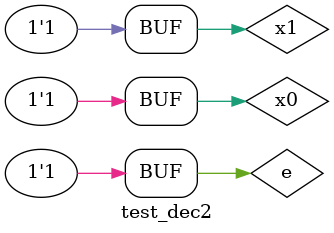
<source format=v>
`timescale 1ns / 1ps


module test_dec2;

	// Inputs
	reg e;
	reg x0;
	reg x1;

	// Outputs
	wire y0;
	wire y1;
	wire y2;
	wire y3;

	// Instantiate the Unit Under Test (UUT)
	TwoToFourBitDecoder uut (
		.e(e), 
		.x0(x0), 
		.x1(x1), 
		.y0(y0), 
		.y1(y1), 
		.y2(y2), 
		.y3(y3)
	);

	initial begin
		// Initialize Inputs
		e = 1;
		x0 = 1;
		x1 = 1;

		// Wait 100 ns for global reset to finish
		#100;
        
		// Add stimulus here

	end
      
endmodule


</source>
